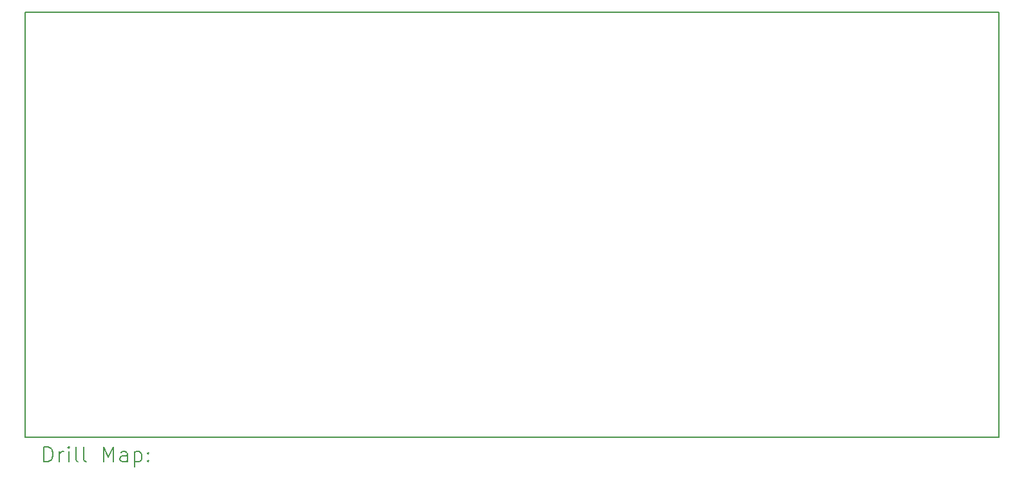
<source format=gbr>
%TF.GenerationSoftware,KiCad,Pcbnew,(6.0.8)*%
%TF.CreationDate,2022-11-11T09:00:03-08:00*%
%TF.ProjectId,max31856_board,6d617833-3138-4353-965f-626f6172642e,rev?*%
%TF.SameCoordinates,Original*%
%TF.FileFunction,Drillmap*%
%TF.FilePolarity,Positive*%
%FSLAX45Y45*%
G04 Gerber Fmt 4.5, Leading zero omitted, Abs format (unit mm)*
G04 Created by KiCad (PCBNEW (6.0.8)) date 2022-11-11 09:00:03*
%MOMM*%
%LPD*%
G01*
G04 APERTURE LIST*
%ADD10C,0.200000*%
G04 APERTURE END LIST*
D10*
X8250000Y-6000000D02*
X21050000Y-6000000D01*
X21050000Y-6000000D02*
X21050000Y-11600000D01*
X21050000Y-11600000D02*
X8250000Y-11600000D01*
X8250000Y-11600000D02*
X8250000Y-6000000D01*
X8497619Y-11920476D02*
X8497619Y-11720476D01*
X8545238Y-11720476D01*
X8573810Y-11730000D01*
X8592857Y-11749048D01*
X8602381Y-11768095D01*
X8611905Y-11806190D01*
X8611905Y-11834762D01*
X8602381Y-11872857D01*
X8592857Y-11891905D01*
X8573810Y-11910952D01*
X8545238Y-11920476D01*
X8497619Y-11920476D01*
X8697619Y-11920476D02*
X8697619Y-11787143D01*
X8697619Y-11825238D02*
X8707143Y-11806190D01*
X8716667Y-11796667D01*
X8735714Y-11787143D01*
X8754762Y-11787143D01*
X8821429Y-11920476D02*
X8821429Y-11787143D01*
X8821429Y-11720476D02*
X8811905Y-11730000D01*
X8821429Y-11739524D01*
X8830952Y-11730000D01*
X8821429Y-11720476D01*
X8821429Y-11739524D01*
X8945238Y-11920476D02*
X8926190Y-11910952D01*
X8916667Y-11891905D01*
X8916667Y-11720476D01*
X9050000Y-11920476D02*
X9030952Y-11910952D01*
X9021429Y-11891905D01*
X9021429Y-11720476D01*
X9278571Y-11920476D02*
X9278571Y-11720476D01*
X9345238Y-11863333D01*
X9411905Y-11720476D01*
X9411905Y-11920476D01*
X9592857Y-11920476D02*
X9592857Y-11815714D01*
X9583333Y-11796667D01*
X9564286Y-11787143D01*
X9526190Y-11787143D01*
X9507143Y-11796667D01*
X9592857Y-11910952D02*
X9573810Y-11920476D01*
X9526190Y-11920476D01*
X9507143Y-11910952D01*
X9497619Y-11891905D01*
X9497619Y-11872857D01*
X9507143Y-11853809D01*
X9526190Y-11844286D01*
X9573810Y-11844286D01*
X9592857Y-11834762D01*
X9688095Y-11787143D02*
X9688095Y-11987143D01*
X9688095Y-11796667D02*
X9707143Y-11787143D01*
X9745238Y-11787143D01*
X9764286Y-11796667D01*
X9773810Y-11806190D01*
X9783333Y-11825238D01*
X9783333Y-11882381D01*
X9773810Y-11901428D01*
X9764286Y-11910952D01*
X9745238Y-11920476D01*
X9707143Y-11920476D01*
X9688095Y-11910952D01*
X9869048Y-11901428D02*
X9878571Y-11910952D01*
X9869048Y-11920476D01*
X9859524Y-11910952D01*
X9869048Y-11901428D01*
X9869048Y-11920476D01*
X9869048Y-11796667D02*
X9878571Y-11806190D01*
X9869048Y-11815714D01*
X9859524Y-11806190D01*
X9869048Y-11796667D01*
X9869048Y-11815714D01*
M02*

</source>
